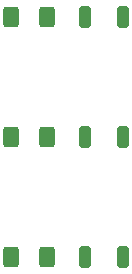
<source format=gbr>
%TF.GenerationSoftware,KiCad,Pcbnew,8.0.4-8.0.4-0~ubuntu22.04.1*%
%TF.CreationDate,2024-08-10T18:45:36+03:00*%
%TF.ProjectId,PM-PS-DC24-front,504d2d50-532d-4444-9332-342d66726f6e,rev?*%
%TF.SameCoordinates,Original*%
%TF.FileFunction,Paste,Bot*%
%TF.FilePolarity,Positive*%
%FSLAX46Y46*%
G04 Gerber Fmt 4.6, Leading zero omitted, Abs format (unit mm)*
G04 Created by KiCad (PCBNEW 8.0.4-8.0.4-0~ubuntu22.04.1) date 2024-08-10 18:45:36*
%MOMM*%
%LPD*%
G01*
G04 APERTURE LIST*
G04 Aperture macros list*
%AMRoundRect*
0 Rectangle with rounded corners*
0 $1 Rounding radius*
0 $2 $3 $4 $5 $6 $7 $8 $9 X,Y pos of 4 corners*
0 Add a 4 corners polygon primitive as box body*
4,1,4,$2,$3,$4,$5,$6,$7,$8,$9,$2,$3,0*
0 Add four circle primitives for the rounded corners*
1,1,$1+$1,$2,$3*
1,1,$1+$1,$4,$5*
1,1,$1+$1,$6,$7*
1,1,$1+$1,$8,$9*
0 Add four rect primitives between the rounded corners*
20,1,$1+$1,$2,$3,$4,$5,0*
20,1,$1+$1,$4,$5,$6,$7,0*
20,1,$1+$1,$6,$7,$8,$9,0*
20,1,$1+$1,$8,$9,$2,$3,0*%
G04 Aperture macros list end*
%ADD10RoundRect,0.250000X-0.400000X-0.625000X0.400000X-0.625000X0.400000X0.625000X-0.400000X0.625000X0*%
%ADD11RoundRect,0.190000X0.285000X0.710000X-0.285000X0.710000X-0.285000X-0.710000X0.285000X-0.710000X0*%
G04 APERTURE END LIST*
D10*
%TO.C,R2*%
X69570000Y-87630000D03*
X72670000Y-87630000D03*
%TD*%
D11*
%TO.C,D3*%
X79070000Y-87630000D03*
X75870000Y-87630000D03*
%TD*%
D10*
%TO.C,R3*%
X69570000Y-97790000D03*
X72670000Y-97790000D03*
%TD*%
%TO.C,R1*%
X69570000Y-77470000D03*
X72670000Y-77470000D03*
%TD*%
D11*
%TO.C,D2*%
X79070000Y-77470000D03*
X75870000Y-77470000D03*
%TD*%
%TO.C,D1*%
X79070000Y-97790000D03*
X75870000Y-97790000D03*
%TD*%
M02*

</source>
